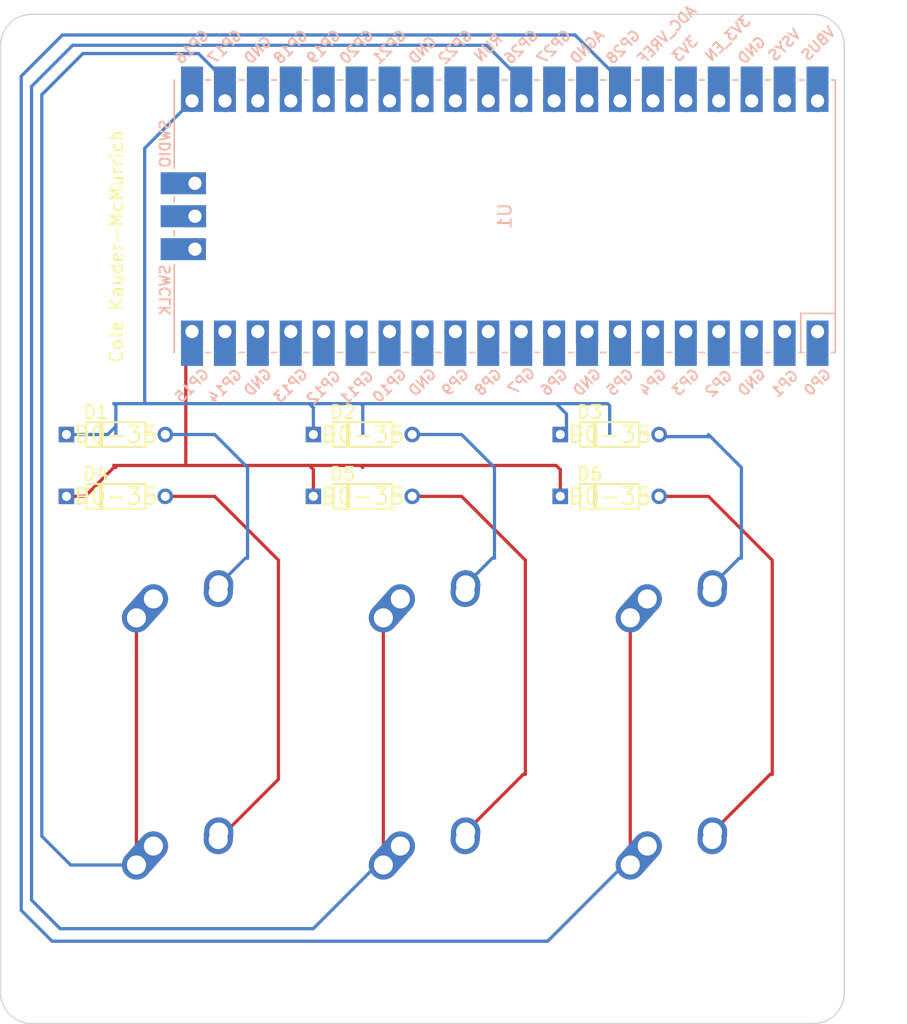
<source format=kicad_pcb>
(kicad_pcb (version 20221018) (generator pcbnew)
  (layers (0 "F.Cu" signal) (31 "B.Cu" signal) (34 "B.Paste" user) (35 "F.Paste" user) (36 "B.SilkS" user "B.Silkscreen") (37 "F.SilkS" user "F.Silkscreen") (38 "B.Mask" user) (39 "F.Mask" user) (44 "Edge.Cuts" user))
  (net 0 "")
  (net 1 "ROW0")
  (net 2 "Net-(D1-A)")
  (net 3 "Net-(D2-A)")
  (net 4 "Net-(D3-A)")
  (net 5 "ROW1")
  (net 6 "Net-(D4-A)")
  (net 7 "Net-(D5-A)")
  (net 8 "Net-(D6-A)")
  (net 9 "COL0")
  (net 10 "COL1")
  (net 48 "COL2")
  (footprint "MX_Alps_Hybrid:MX-1U-NoLED" (layer "F.Cu") (at 153.9875 88.74125)
    (fp_text reference "MX3")
    (fp_text value "MX-NoLED")
    (pad "" np_thru_hole circle (at -5.08 0 48.0996) (size 1.75 1.75) (drill 1.75) (layers "*.Cu" "*.Mask"))
    (pad "" np_thru_hole circle (at 0 0) (size 3.9878 3.9878) (drill 3.9878) (layers "*.Cu" "*.Mask"))
    (pad "" np_thru_hole circle (at 5.08 0 48.0996) (size 1.75 1.75) (drill 1.75) (layers "*.Cu" "*.Mask"))
    (pad "1" thru_hole oval (at -3.81 -2.54 48.0996) (size 4.211556 2.25) (drill 1.47 (offset 0.980778 0)) (layers "*.Cu" "B.Mask") (net 48 "COL2"))
    (pad "1" thru_hole circle (at -2.5 -4) (size 2.25 2.25) (drill 1.47) (layers "*.Cu" "B.Mask") (net 48 "COL2"))
    (pad "2" thru_hole oval (at 2.5 -4.5 86.0548) (size 2.831378 2.25) (drill 1.47 (offset 0.290689 0)) (layers "*.Cu" "B.Mask") (net 4 "Net-(D3-A)"))
    (pad "2" thru_hole circle (at 2.54 -5.08) (size 2.25 2.25) (drill 1.47) (layers "*.Cu" "B.Mask") (net 4 "Net-(D3-A)"))
  )
  (footprint "MX_Alps_Hybrid:MX-1U-NoLED" (layer "F.Cu") (at 115.8875 107.79125)
    (fp_text reference "MX4")
    (fp_text value "MX-NoLED")
    (pad "" np_thru_hole circle (at -5.08 0 48.0996) (size 1.75 1.75) (drill 1.75) (layers "*.Cu" "*.Mask"))
    (pad "" np_thru_hole circle (at 0 0) (size 3.9878 3.9878) (drill 3.9878) (layers "*.Cu" "*.Mask"))
    (pad "" np_thru_hole circle (at 5.08 0 48.0996) (size 1.75 1.75) (drill 1.75) (layers "*.Cu" "*.Mask"))
    (pad "1" thru_hole oval (at -3.81 -2.54 48.0996) (size 4.211556 2.25) (drill 1.47 (offset 0.980778 0)) (layers "*.Cu" "B.Mask") (net 9 "COL0"))
    (pad "1" thru_hole circle (at -2.5 -4) (size 2.25 2.25) (drill 1.47) (layers "*.Cu" "B.Mask") (net 9 "COL0"))
    (pad "2" thru_hole oval (at 2.5 -4.5 86.0548) (size 2.831378 2.25) (drill 1.47 (offset 0.290689 0)) (layers "*.Cu" "B.Mask") (net 6 "Net-(D4-A)"))
    (pad "2" thru_hole circle (at 2.54 -5.08) (size 2.25 2.25) (drill 1.47) (layers "*.Cu" "B.Mask") (net 6 "Net-(D4-A)"))
  )
  (footprint "MX_Alps_Hybrid:MX-1U-NoLED" (layer "F.Cu") (at 153.9875 107.79125)
    (fp_text reference "MX6")
    (fp_text value "MX-NoLED")
    (pad "" np_thru_hole circle (at -5.08 0 48.0996) (size 1.75 1.75) (drill 1.75) (layers "*.Cu" "*.Mask"))
    (pad "" np_thru_hole circle (at 0 0) (size 3.9878 3.9878) (drill 3.9878) (layers "*.Cu" "*.Mask"))
    (pad "" np_thru_hole circle (at 5.08 0 48.0996) (size 1.75 1.75) (drill 1.75) (layers "*.Cu" "*.Mask"))
    (pad "1" thru_hole oval (at -3.81 -2.54 48.0996) (size 4.211556 2.25) (drill 1.47 (offset 0.980778 0)) (layers "*.Cu" "B.Mask") (net 48 "COL2"))
    (pad "1" thru_hole circle (at -2.5 -4) (size 2.25 2.25) (drill 1.47) (layers "*.Cu" "B.Mask") (net 48 "COL2"))
    (pad "2" thru_hole oval (at 2.5 -4.5 86.0548) (size 2.831378 2.25) (drill 1.47 (offset 0.290689 0)) (layers "*.Cu" "B.Mask") (net 8 "Net-(D6-A)"))
    (pad "2" thru_hole circle (at 2.54 -5.08) (size 2.25 2.25) (drill 1.47) (layers "*.Cu" "B.Mask") (net 8 "Net-(D6-A)"))
  )
  (footprint "MX_Alps_Hybrid:MX-1U-NoLED" (layer "F.Cu") (at 134.9375 88.74125)
    (fp_text reference "MX2")
    (fp_text value "MX-NoLED")
    (pad "" np_thru_hole circle (at -5.08 0 48.0996) (size 1.75 1.75) (drill 1.75) (layers "*.Cu" "*.Mask"))
    (pad "" np_thru_hole circle (at 0 0) (size 3.9878 3.9878) (drill 3.9878) (layers "*.Cu" "*.Mask"))
    (pad "" np_thru_hole circle (at 5.08 0 48.0996) (size 1.75 1.75) (drill 1.75) (layers "*.Cu" "*.Mask"))
    (pad "1" thru_hole oval (at -3.81 -2.54 48.0996) (size 4.211556 2.25) (drill 1.47 (offset 0.980778 0)) (layers "*.Cu" "B.Mask") (net 10 "COL1"))
    (pad "1" thru_hole circle (at -2.5 -4) (size 2.25 2.25) (drill 1.47) (layers "*.Cu" "B.Mask") (net 10 "COL1"))
    (pad "2" thru_hole oval (at 2.5 -4.5 86.0548) (size 2.831378 2.25) (drill 1.47 (offset 0.290689 0)) (layers "*.Cu" "B.Mask") (net 3 "Net-(D2-A)"))
    (pad "2" thru_hole circle (at 2.54 -5.08) (size 2.25 2.25) (drill 1.47) (layers "*.Cu" "B.Mask") (net 3 "Net-(D2-A)"))
  )
  (footprint "onesemi-1N914:ON_Semiconductor-017AG-08_2016-O-MFG" (layer "F.Cu") (at 110.49 72.0725)
    (fp_text reference "D1" (at -2.613 -1.73) (layer "F.SilkS") (effects (justify left)))
    (fp_text value "D0-35" (at 0 0) (layer "F.SilkS") (effects (font (size 1.27 1.27))))
    (fp_line (start -2.28 -0.955) (end 2.28 -0.955) (stroke (width 0.15)) (layer "F.SilkS"))
    (fp_line (start -2.28 0) (end -2.813 0) (stroke (width 0.15)) (layer "F.SilkS"))
    (fp_line (start -2.28 0.955) (end -2.28 -0.955) (stroke (width 0.15)) (layer "F.SilkS"))
    (fp_line (start -1.14 0.885) (end -1.14 -0.885) (stroke (width 0.3)) (layer "F.SilkS"))
    (fp_line (start 2.28 -0.955) (end 2.28 0.955) (stroke (width 0.15)) (layer "F.SilkS"))
    (fp_line (start 2.28 0) (end 2.813 0) (stroke (width 0.15)) (layer "F.SilkS"))
    (fp_line (start 2.28 0.955) (end -2.28 0.955) (stroke (width 0.15)) (layer "F.SilkS"))
    (pad "1" thru_hole rect (at -3.813 0) (size 1.2 1.2) (drill 0.7) (layers "*.Cu") (net 1 "ROW0") (thermal_bridge_width 0.4))
    (pad "2" thru_hole circle (at 3.813 0) (size 1.2 1.2) (drill 0.7) (layers "*.Cu") (net 2 "Net-(D1-A)") (thermal_bridge_width 0.4))
  )
  (footprint "MX_Alps_Hybrid:MX-1U-NoLED" (layer "F.Cu") (at 115.8875 88.74125)
    (fp_text reference "MX1")
    (fp_text value "MX-NoLED")
    (pad "" np_thru_hole circle (at -5.08 0 48.0996) (size 1.75 1.75) (drill 1.75) (layers "*.Cu" "*.Mask"))
    (pad "" np_thru_hole circle (at 0 0) (size 3.9878 3.9878) (drill 3.9878) (layers "*.Cu" "*.Mask"))
    (pad "" np_thru_hole circle (at 5.08 0 48.0996) (size 1.75 1.75) (drill 1.75) (layers "*.Cu" "*.Mask"))
    (pad "1" thru_hole oval (at -3.81 -2.54 48.0996) (size 4.211556 2.25) (drill 1.47 (offset 0.980778 0)) (layers "*.Cu" "B.Mask") (net 9 "COL0"))
    (pad "1" thru_hole circle (at -2.5 -4) (size 2.25 2.25) (drill 1.47) (layers "*.Cu" "B.Mask") (net 9 "COL0"))
    (pad "2" thru_hole oval (at 2.5 -4.5 86.0548) (size 2.831378 2.25) (drill 1.47 (offset 0.290689 0)) (layers "*.Cu" "B.Mask") (net 2 "Net-(D1-A)"))
    (pad "2" thru_hole circle (at 2.54 -5.08) (size 2.25 2.25) (drill 1.47) (layers "*.Cu" "B.Mask") (net 2 "Net-(D1-A)"))
  )
  (footprint "onesemi-1N914:ON_Semiconductor-017AG-08_2016-O-MFG" (layer "F.Cu") (at 129.54 76.835)
    (fp_text reference "D5" (at -2.613 -1.73) (layer "F.SilkS") (effects (justify left)))
    (fp_text value "D0-35" (at 0 0) (layer "F.SilkS") (effects (font (size 1.27 1.27))))
    (fp_line (start -2.28 -0.955) (end 2.28 -0.955) (stroke (width 0.15)) (layer "F.SilkS"))
    (fp_line (start -2.28 0) (end -2.813 0) (stroke (width 0.15)) (layer "F.SilkS"))
    (fp_line (start -2.28 0.955) (end -2.28 -0.955) (stroke (width 0.15)) (layer "F.SilkS"))
    (fp_line (start -1.14 0.885) (end -1.14 -0.885) (stroke (width 0.3)) (layer "F.SilkS"))
    (fp_line (start 2.28 -0.955) (end 2.28 0.955) (stroke (width 0.15)) (layer "F.SilkS"))
    (fp_line (start 2.28 0) (end 2.813 0) (stroke (width 0.15)) (layer "F.SilkS"))
    (fp_line (start 2.28 0.955) (end -2.28 0.955) (stroke (width 0.15)) (layer "F.SilkS"))
    (pad "1" thru_hole rect (at -3.813 0) (size 1.2 1.2) (drill 0.7) (layers "*.Cu") (net 5 "ROW1") (thermal_bridge_width 0.4))
    (pad "2" thru_hole circle (at 3.813 0) (size 1.2 1.2) (drill 0.7) (layers "*.Cu") (net 7 "Net-(D5-A)") (thermal_bridge_width 0.4))
  )
  (footprint "onesemi-1N914:ON_Semiconductor-017AG-08_2016-O-MFG" (layer "F.Cu") (at 110.49 76.835)
    (fp_text reference "D4" (at -2.613 -1.73) (layer "F.SilkS") (effects (justify left)))
    (fp_text value "D0-35" (at 0 0) (layer "F.SilkS") (effects (font (size 1.27 1.27))))
    (fp_line (start -2.28 -0.955) (end 2.28 -0.955) (stroke (width 0.15)) (layer "F.SilkS"))
    (fp_line (start -2.28 0) (end -2.813 0) (stroke (width 0.15)) (layer "F.SilkS"))
    (fp_line (start -2.28 0.955) (end -2.28 -0.955) (stroke (width 0.15)) (layer "F.SilkS"))
    (fp_line (start -1.14 0.885) (end -1.14 -0.885) (stroke (width 0.3)) (layer "F.SilkS"))
    (fp_line (start 2.28 -0.955) (end 2.28 0.955) (stroke (width 0.15)) (layer "F.SilkS"))
    (fp_line (start 2.28 0) (end 2.813 0) (stroke (width 0.15)) (layer "F.SilkS"))
    (fp_line (start 2.28 0.955) (end -2.28 0.955) (stroke (width 0.15)) (layer "F.SilkS"))
    (pad "1" thru_hole rect (at -3.813 0) (size 1.2 1.2) (drill 0.7) (layers "*.Cu") (net 5 "ROW1") (thermal_bridge_width 0.4))
    (pad "2" thru_hole circle (at 3.813 0) (size 1.2 1.2) (drill 0.7) (layers "*.Cu") (net 6 "Net-(D4-A)") (thermal_bridge_width 0.4))
  )
  (footprint "MX_Alps_Hybrid:MX-1U-NoLED" (layer "F.Cu") (at 134.9375 107.79125)
    (fp_text reference "MX5")
    (fp_text value "MX-NoLED")
    (pad "" np_thru_hole circle (at -5.08 0 48.0996) (size 1.75 1.75) (drill 1.75) (layers "*.Cu" "*.Mask"))
    (pad "" np_thru_hole circle (at 0 0) (size 3.9878 3.9878) (drill 3.9878) (layers "*.Cu" "*.Mask"))
    (pad "" np_thru_hole circle (at 5.08 0 48.0996) (size 1.75 1.75) (drill 1.75) (layers "*.Cu" "*.Mask"))
    (pad "1" thru_hole oval (at -3.81 -2.54 48.0996) (size 4.211556 2.25) (drill 1.47 (offset 0.980778 0)) (layers "*.Cu" "B.Mask") (net 10 "COL1"))
    (pad "1" thru_hole circle (at -2.5 -4) (size 2.25 2.25) (drill 1.47) (layers "*.Cu" "B.Mask") (net 10 "COL1"))
    (pad "2" thru_hole oval (at 2.5 -4.5 86.0548) (size 2.831378 2.25) (drill 1.47 (offset 0.290689 0)) (layers "*.Cu" "B.Mask") (net 7 "Net-(D5-A)"))
    (pad "2" thru_hole circle (at 2.54 -5.08) (size 2.25 2.25) (drill 1.47) (layers "*.Cu" "B.Mask") (net 7 "Net-(D5-A)"))
  )
  (footprint "onesemi-1N914:ON_Semiconductor-017AG-08_2016-O-MFG" (layer "F.Cu") (at 148.59 76.835)
    (fp_text reference "D6" (at -2.613 -1.73) (layer "F.SilkS") (effects (justify left)))
    (fp_text value "D0-35" (at 0 0) (layer "F.SilkS") (effects (font (size 1.27 1.27))))
    (fp_line (start -2.28 -0.955) (end 2.28 -0.955) (stroke (width 0.15)) (layer "F.SilkS"))
    (fp_line (start -2.28 0) (end -2.813 0) (stroke (width 0.15)) (layer "F.SilkS"))
    (fp_line (start -2.28 0.955) (end -2.28 -0.955) (stroke (width 0.15)) (layer "F.SilkS"))
    (fp_line (start -1.14 0.885) (end -1.14 -0.885) (stroke (width 0.3)) (layer "F.SilkS"))
    (fp_line (start 2.28 -0.955) (end 2.28 0.955) (stroke (width 0.15)) (layer "F.SilkS"))
    (fp_line (start 2.28 0) (end 2.813 0) (stroke (width 0.15)) (layer "F.SilkS"))
    (fp_line (start 2.28 0.955) (end -2.28 0.955) (stroke (width 0.15)) (layer "F.SilkS"))
    (pad "1" thru_hole rect (at -3.813 0) (size 1.2 1.2) (drill 0.7) (layers "*.Cu") (net 5 "ROW1") (thermal_bridge_width 0.4))
    (pad "2" thru_hole circle (at 3.813 0) (size 1.2 1.2) (drill 0.7) (layers "*.Cu") (net 8 "Net-(D6-A)") (thermal_bridge_width 0.4))
  )
  (footprint "onesemi-1N914:ON_Semiconductor-017AG-08_2016-O-MFG" (layer "F.Cu") (at 148.59 72.0725)
    (fp_text reference "D3" (at -2.613 -1.73) (layer "F.SilkS") (effects (justify left)))
    (fp_text value "D0-35" (at 0 0) (layer "F.SilkS") (effects (font (size 1.27 1.27))))
    (fp_line (start -2.28 -0.955) (end 2.28 -0.955) (stroke (width 0.15)) (layer "F.SilkS"))
    (fp_line (start -2.28 0) (end -2.813 0) (stroke (width 0.15)) (layer "F.SilkS"))
    (fp_line (start -2.28 0.955) (end -2.28 -0.955) (stroke (width 0.15)) (layer "F.SilkS"))
    (fp_line (start -1.14 0.885) (end -1.14 -0.885) (stroke (width 0.3)) (layer "F.SilkS"))
    (fp_line (start 2.28 -0.955) (end 2.28 0.955) (stroke (width 0.15)) (layer "F.SilkS"))
    (fp_line (start 2.28 0) (end 2.813 0) (stroke (width 0.15)) (layer "F.SilkS"))
    (fp_line (start 2.28 0.955) (end -2.28 0.955) (stroke (width 0.15)) (layer "F.SilkS"))
    (pad "1" thru_hole rect (at -3.813 0) (size 1.2 1.2) (drill 0.7) (layers "*.Cu") (net 1 "ROW0") (thermal_bridge_width 0.4))
    (pad "2" thru_hole circle (at 3.813 0) (size 1.2 1.2) (drill 0.7) (layers "*.Cu") (net 4 "Net-(D3-A)") (thermal_bridge_width 0.4))
  )
  (footprint "onesemi-1N914:ON_Semiconductor-017AG-08_2016-O-MFG" (layer "F.Cu") (at 129.54 72.0725)
    (fp_text reference "D2" (at -2.613 -1.73) (layer "F.SilkS") (effects (justify left)))
    (fp_text value "D0-35" (at 0 0) (layer "F.SilkS") (effects (font (size 1.27 1.27))))
    (fp_line (start -2.28 -0.955) (end 2.28 -0.955) (stroke (width 0.15)) (layer "F.SilkS"))
    (fp_line (start -2.28 0) (end -2.813 0) (stroke (width 0.15)) (layer "F.SilkS"))
    (fp_line (start -2.28 0.955) (end -2.28 -0.955) (stroke (width 0.15)) (layer "F.SilkS"))
    (fp_line (start -1.14 0.885) (end -1.14 -0.885) (stroke (width 0.3)) (layer "F.SilkS"))
    (fp_line (start 2.28 -0.955) (end 2.28 0.955) (stroke (width 0.15)) (layer "F.SilkS"))
    (fp_line (start 2.28 0) (end 2.813 0) (stroke (width 0.15)) (layer "F.SilkS"))
    (fp_line (start 2.28 0.955) (end -2.28 0.955) (stroke (width 0.15)) (layer "F.SilkS"))
    (pad "1" thru_hole rect (at -3.813 0) (size 1.2 1.2) (drill 0.7) (layers "*.Cu") (net 1 "ROW0") (thermal_bridge_width 0.4))
    (pad "2" thru_hole circle (at 3.813 0) (size 1.2 1.2) (drill 0.7) (layers "*.Cu") (net 3 "Net-(D2-A)") (thermal_bridge_width 0.4))
  )
  (footprint "MCU_RaspberryPi_and_Boards:RPi_Pico_SMD_TH" (layer "B.Cu") (at 140.49375 55.245 90)
    (fp_text reference "U1" (at 0 0 90) (layer "B.SilkS") (effects (justify mirror)))
    (fp_text value "Pico")
    (fp_text user "GP2" (at -12.9 16.51 45) (layer "B.SilkS") (effects (font (size 0.8 0.8)) (justify mirror)))
    (fp_text user "SWCLK" (at -5.7 -26.2 90) (layer "B.SilkS") (effects (font (size 0.8 0.8)) (justify mirror)))
    (fp_text user "GP11" (at -13.2 -11.43 45) (layer "B.SilkS") (effects (font (size 0.8 0.8)) (justify mirror)))
    (fp_text user "GND" (at -12.8 6.35 45) (layer "B.SilkS") (effects (font (size 0.8 0.8)) (justify mirror)))
    (fp_text user "GP13" (at -13.054 -16.51 45) (layer "B.SilkS") (effects (font (size 0.8 0.8)) (justify mirror)))
    (fp_text user "GND" (at 12.8 19.05 45) (layer "B.SilkS") (effects (font (size 0.8 0.8)) (justify mirror)))
    (fp_text user "GP16" (at 13.054 -24.13 45) (layer "B.SilkS") (effects (font (size 0.8 0.8)) (justify mirror)))
    (fp_text user "GP27" (at 13.054 3.8 45) (layer "B.SilkS") (effects (font (size 0.8 0.8)) (justify mirror)))
    (fp_text user "GP0" (at -12.8 24.13 45) (layer "B.SilkS") (effects (font (size 0.8 0.8)) (justify mirror)))
    (fp_text user "GP20" (at 13.054 -11.43 45) (layer "B.SilkS") (effects (font (size 0.8 0.8)) (justify mirror)))
    (fp_text user "GP19" (at 13.054 -13.97 45) (layer "B.SilkS") (effects (font (size 0.8 0.8)) (justify mirror)))
    (fp_text user "GP21" (at 13.054 -8.9 45) (layer "B.SilkS") (effects (font (size 0.8 0.8)) (justify mirror)))
    (fp_text user "GP26" (at 13.054 1.27 45) (layer "B.SilkS") (effects (font (size 0.8 0.8)) (justify mirror)))
    (fp_text user "GP28" (at 13.054 9.144 45) (layer "B.SilkS") (effects (font (size 0.8 0.8)) (justify mirror)))
    (fp_text user "GP1" (at -12.9 21.6 45) (layer "B.SilkS") (effects (font (size 0.8 0.8)) (justify mirror)))
    (fp_text user "GP7" (at -12.7 1.3 45) (layer "B.SilkS") (effects (font (size 0.8 0.8)) (justify mirror)))
    (fp_text user "ADC_VREF" (at 14 12.5 45) (layer "B.SilkS") (effects (font (size 0.8 0.8)) (justify mirror)))
    (fp_text user "GP8" (at -12.8 -1.27 45) (layer "B.SilkS") (effects (font (size 0.8 0.8)) (justify mirror)))
    (fp_text user "GP4" (at -12.8 11.43 45) (layer "B.SilkS") (effects (font (size 0.8 0.8)) (justify mirror)))
    (fp_text user "GND" (at -12.8 -19.05 45) (layer "B.SilkS") (effects (font (size 0.8 0.8)) (justify mirror)))
    (fp_text user "GP18" (at 13.054 -16.51 45) (layer "B.SilkS") (effects (font (size 0.8 0.8)) (justify mirror)))
    (fp_text user "GND" (at 12.8 -6.35 45) (layer "B.SilkS") (effects (font (size 0.8 0.8)) (justify mirror)))
    (fp_text user "RUN" (at 13 -1.27 45) (layer "B.SilkS") (effects (font (size 0.8 0.8)) (justify mirror)))
    (fp_text user "GND" (at -12.8 -6.35 45) (layer "B.SilkS") (effects (font (size 0.8 0.8)) (justify mirror)))
    (fp_text user "GP22" (at 13.054 -3.81 45) (layer "B.SilkS") (effects (font (size 0.8 0.8)) (justify mirror)))
    (fp_text user "GP6" (at -12.8 3.81 45) (layer "B.SilkS") (effects (font (size 0.8 0.8)) (justify mirror)))
    (fp_text user "3V3" (at 12.9 13.9 45) (layer "B.SilkS") (effects (font (size 0.8 0.8)) (justify mirror)))
    (fp_text user "AGND" (at 13.054 6.35 45) (layer "B.SilkS") (effects (font (size 0.8 0.8)) (justify mirror)))
    (fp_text user "GP12" (at -13.2 -13.97 45) (layer "B.SilkS") (effects (font (size 0.8 0.8)) (justify mirror)))
    (fp_text user "GP9" (at -12.8 -3.81 45) (layer "B.SilkS") (effects (font (size 0.8 0.8)) (justify mirror)))
    (fp_text user "GP10" (at -13.054 -8.89 45) (layer "B.SilkS") (effects (font (size 0.8 0.8)) (justify mirror)))
    (fp_text user "SWDIO" (at 5.6 -26.2 90) (layer "B.SilkS") (effects (font (size 0.8 0.8)) (justify mirror)))
    (fp_text user "GND" (at -12.8 19.05 45) (layer "B.SilkS") (effects (font (size 0.8 0.8)) (justify mirror)))
    (fp_text user "GP5" (at -12.8 8.89 45) (layer "B.SilkS") (effects (font (size 0.8 0.8)) (justify mirror)))
    (fp_text user "VBUS" (at 13.3 24.2 45) (layer "B.SilkS") (effects (font (size 0.8 0.8)) (justify mirror)))
    (fp_text user "GND" (at 12.8 -19.05 45) (layer "B.SilkS") (effects (font (size 0.8 0.8)) (justify mirror)))
    (fp_text user "GP17" (at 13.054 -21.59 45) (layer "B.SilkS") (effects (font (size 0.8 0.8)) (justify mirror)))
    (fp_text user "VSYS" (at 13.2 21.59 45) (layer "B.SilkS") (effects (font (size 0.8 0.8)) (justify mirror)))
    (fp_text user "GP15" (at -13.054 -24.13 45) (layer "B.SilkS") (effects (font (size 0.8 0.8)) (justify mirror)))
    (fp_text user "GP3" (at -12.8 13.97 45) (layer "B.SilkS") (effects (font (size 0.8 0.8)) (justify mirror)))
    (fp_text user "3V3_EN" (at 13.7 17.2 45) (layer "B.SilkS") (effects (font (size 0.8 0.8)) (justify mirror)))
    (fp_text user "GP14" (at -13.1 -21.59 45) (layer "B.SilkS") (effects (font (size 0.8 0.8)) (justify mirror)))
    (fp_line (start -10.5 -22.7) (end -10.5 -23.1) (stroke (width 0.12)) (layer "B.SilkS"))
    (fp_line (start -10.5 -20.1) (end -10.5 -20.5) (stroke (width 0.12)) (layer "B.SilkS"))
    (fp_line (start -10.5 -17.6) (end -10.5 -18) (stroke (width 0.12)) (layer "B.SilkS"))
    (fp_line (start -10.5 -15.1) (end -10.5 -15.5) (stroke (width 0.12)) (layer "B.SilkS"))
    (fp_line (start -10.5 -12.5) (end -10.5 -12.9) (stroke (width 0.12)) (layer "B.SilkS"))
    (fp_line (start -10.5 -10) (end -10.5 -10.4) (stroke (width 0.12)) (layer "B.SilkS"))
    (fp_line (start -10.5 -7.4) (end -10.5 -7.8) (stroke (width 0.12)) (layer "B.SilkS"))
    (fp_line (start -10.5 -4.9) (end -10.5 -5.3) (stroke (width 0.12)) (layer "B.SilkS"))
    (fp_line (start -10.5 -2.3) (end -10.5 -2.7) (stroke (width 0.12)) (layer "B.SilkS"))
    (fp_line (start -10.5 0.2) (end -10.5 -0.2) (stroke (width 0.12)) (layer "B.SilkS"))
    (fp_line (start -10.5 2.7) (end -10.5 2.3) (stroke (width 0.12)) (layer "B.SilkS"))
    (fp_line (start -10.5 5.3) (end -10.5 4.9) (stroke (width 0.12)) (layer "B.SilkS"))
    (fp_line (start -10.5 7.8) (end -10.5 7.4) (stroke (width 0.12)) (layer "B.SilkS"))
    (fp_line (start -10.5 10.4) (end -10.5 10) (stroke (width 0.12)) (layer "B.SilkS"))
    (fp_line (start -10.5 12.9) (end -10.5 12.5) (stroke (width 0.12)) (layer "B.SilkS"))
    (fp_line (start -10.5 15.4) (end -10.5 15) (stroke (width 0.12)) (layer "B.SilkS"))
    (fp_line (start -10.5 18) (end -10.5 17.6) (stroke (width 0.12)) (layer "B.SilkS"))
    (fp_line (start -10.5 20.5) (end -10.5 20.1) (stroke (width 0.12)) (layer "B.SilkS"))
    (fp_line (start -10.5 22.833) (end -7.493 22.833) (stroke (width 0.12)) (layer "B.SilkS"))
    (fp_line (start -10.5 23.1) (end -10.5 22.7) (stroke (width 0.12)) (layer "B.SilkS"))
    (fp_line (start -10.5 25.5) (end -10.5 25.2) (stroke (width 0.12)) (layer "B.SilkS"))
    (fp_line (start -10.5 25.5) (end 10.5 25.5) (stroke (width 0.12)) (layer "B.SilkS"))
    (fp_line (start -7.493 22.833) (end -7.493 25.5) (stroke (width 0.12)) (layer "B.SilkS"))
    (fp_line (start -3.7 -25.5) (end -10.5 -25.5) (stroke (width 0.12)) (layer "B.SilkS"))
    (fp_line (start -1.5 -25.5) (end -1.1 -25.5) (stroke (width 0.12)) (layer "B.SilkS"))
    (fp_line (start 1.1 -25.5) (end 1.5 -25.5) (stroke (width 0.12)) (layer "B.SilkS"))
    (fp_line (start 10.5 -25.5) (end 3.7 -25.5) (stroke (width 0.12)) (layer "B.SilkS"))
    (fp_line (start 10.5 -22.7) (end 10.5 -23.1) (stroke (width 0.12)) (layer "B.SilkS"))
    (fp_line (start 10.5 -20.1) (end 10.5 -20.5) (stroke (width 0.12)) (layer "B.SilkS"))
    (fp_line (start 10.5 -17.6) (end 10.5 -18) (stroke (width 0.12)) (layer "B.SilkS"))
    (fp_line (start 10.5 -15.1) (end 10.5 -15.5) (stroke (width 0.12)) (layer "B.SilkS"))
    (fp_line (start 10.5 -12.5) (end 10.5 -12.9) (stroke (width 0.12)) (layer "B.SilkS"))
    (fp_line (start 10.5 -10) (end 10.5 -10.4) (stroke (width 0.12)) (layer "B.SilkS"))
    (fp_line (start 10.5 -7.4) (end 10.5 -7.8) (stroke (width 0.12)) (layer "B.SilkS"))
    (fp_line (start 10.5 -4.9) (end 10.5 -5.3) (stroke (width 0.12)) (layer "B.SilkS"))
    (fp_line (start 10.5 -2.3) (end 10.5 -2.7) (stroke (width 0.12)) (layer "B.SilkS"))
    (fp_line (start 10.5 0.2) (end 10.5 -0.2) (stroke (width 0.12)) (layer "B.SilkS"))
    (fp_line (start 10.5 2.7) (end 10.5 2.3) (stroke (width 0.12)) (layer "B.SilkS"))
    (fp_line (start 10.5 5.3) (end 10.5 4.9) (stroke (width 0.12)) (layer "B.SilkS"))
    (fp_line (start 10.5 7.8) (end 10.5 7.4) (stroke (width 0.12)) (layer "B.SilkS"))
    (fp_line (start 10.5 10.4) (end 10.5 10) (stroke (width 0.12)) (layer "B.SilkS"))
    (fp_line (start 10.5 12.9) (end 10.5 12.5) (stroke (width 0.12)) (layer "B.SilkS"))
    (fp_line (start 10.5 15.4) (end 10.5 15) (stroke (width 0.12)) (layer "B.SilkS"))
    (fp_line (start 10.5 18) (end 10.5 17.6) (stroke (width 0.12)) (layer "B.SilkS"))
    (fp_line (start 10.5 20.5) (end 10.5 20.1) (stroke (width 0.12)) (layer "B.SilkS"))
    (fp_line (start 10.5 23.1) (end 10.5 22.7) (stroke (width 0.12)) (layer "B.SilkS"))
    (fp_line (start 10.5 25.5) (end 10.5 25.2) (stroke (width 0.12)) (layer "B.SilkS"))
    (pad "" np_thru_hole oval (at -2.725 24 90) (size 1.8 1.8) (drill 1.8) (layers "*.Cu" "*.Mask"))
    (pad "" np_thru_hole oval (at -2.425 20.97 90) (size 1.5 1.5) (drill 1.5) (layers "*.Cu" "*.Mask"))
    (pad "" np_thru_hole oval (at 2.425 20.97 90) (size 1.5 1.5) (drill 1.5) (layers "*.Cu" "*.Mask"))
    (pad "" np_thru_hole oval (at 2.725 24 90) (size 1.8 1.8) (drill 1.8) (layers "*.Cu" "*.Mask"))
    (pad "1" thru_hole oval (at -8.89 24.13 90) (size 1.7 1.7) (drill 1.02) (layers "*.Cu" "*.Mask"))
    (pad "1" smd rect (at -8.89 24.13 90) (size 3.5 1.7) (drill (offset -0.9 0)) (layers "B.Cu" "B.Mask"))
    (pad "2" thru_hole oval (at -8.89 21.59 90) (size 1.7 1.7) (drill 1.02) (layers "*.Cu" "*.Mask"))
    (pad "2" smd rect (at -8.89 21.59 90) (size 3.5 1.7) (drill (offset -0.9 0)) (layers "B.Cu" "B.Mask"))
    (pad "3" thru_hole rect (at -8.89 19.05 90) (size 1.7 1.7) (drill 1.02) (layers "*.Cu" "*.Mask"))
    (pad "3" smd rect (at -8.89 19.05 90) (size 3.5 1.7) (drill (offset -0.9 0)) (layers "B.Cu" "B.Mask"))
    (pad "4" thru_hole oval (at -8.89 16.51 90) (size 1.7 1.7) (drill 1.02) (layers "*.Cu" "*.Mask"))
    (pad "4" smd rect (at -8.89 16.51 90) (size 3.5 1.7) (drill (offset -0.9 0)) (layers "B.Cu" "B.Mask"))
    (pad "5" thru_hole oval (at -8.89 13.97 90) (size 1.7 1.7) (drill 1.02) (layers "*.Cu" "*.Mask"))
    (pad "5" smd rect (at -8.89 13.97 90) (size 3.5 1.7) (drill (offset -0.9 0)) (layers "B.Cu" "B.Mask"))
    (pad "6" thru_hole oval (at -8.89 11.43 90) (size 1.7 1.7) (drill 1.02) (layers "*.Cu" "*.Mask"))
    (pad "6" smd rect (at -8.89 11.43 90) (size 3.5 1.7) (drill (offset -0.9 0)) (layers "B.Cu" "B.Mask"))
    (pad "7" thru_hole oval (at -8.89 8.89 90) (size 1.7 1.7) (drill 1.02) (layers "*.Cu" "*.Mask"))
    (pad "7" smd rect (at -8.89 8.89 90) (size 3.5 1.7) (drill (offset -0.9 0)) (layers "B.Cu" "B.Mask"))
    (pad "8" thru_hole rect (at -8.89 6.35 90) (size 1.7 1.7) (drill 1.02) (layers "*.Cu" "*.Mask"))
    (pad "8" smd rect (at -8.89 6.35 90) (size 3.5 1.7) (drill (offset -0.9 0)) (layers "B.Cu" "B.Mask"))
    (pad "9" thru_hole oval (at -8.89 3.81 90) (size 1.7 1.7) (drill 1.02) (layers "*.Cu" "*.Mask"))
    (pad "9" smd rect (at -8.89 3.81 90) (size 3.5 1.7) (drill (offset -0.9 0)) (layers "B.Cu" "B.Mask"))
    (pad "10" thru_hole oval (at -8.89 1.27 90) (size 1.7 1.7) (drill 1.02) (layers "*.Cu" "*.Mask"))
    (pad "10" smd rect (at -8.89 1.27 90) (size 3.5 1.7) (drill (offset -0.9 0)) (layers "B.Cu" "B.Mask"))
    (pad "11" thru_hole oval (at -8.89 -1.27 90) (size 1.7 1.7) (drill 1.02) (layers "*.Cu" "*.Mask"))
    (pad "11" smd rect (at -8.89 -1.27 90) (size 3.5 1.7) (drill (offset -0.9 0)) (layers "B.Cu" "B.Mask"))
    (pad "12" thru_hole oval (at -8.89 -3.81 90) (size 1.7 1.7) (drill 1.02) (layers "*.Cu" "*.Mask"))
    (pad "12" smd rect (at -8.89 -3.81 90) (size 3.5 1.7) (drill (offset -0.9 0)) (layers "B.Cu" "B.Mask"))
    (pad "13" thru_hole rect (at -8.89 -6.35 90) (size 1.7 1.7) (drill 1.02) (layers "*.Cu" "*.Mask"))
    (pad "13" smd rect (at -8.89 -6.35 90) (size 3.5 1.7) (drill (offset -0.9 0)) (layers "B.Cu" "B.Mask"))
    (pad "14" thru_hole oval (at -8.89 -8.89 90) (size 1.7 1.7) (drill 1.02) (layers "*.Cu" "*.Mask"))
    (pad "14" smd rect (at -8.89 -8.89 90) (size 3.5 1.7) (drill (offset -0.9 0)) (layers "B.Cu" "B.Mask"))
    (pad "15" thru_hole oval (at -8.89 -11.43 90) (size 1.7 1.7) (drill 1.02) (layers "*.Cu" "*.Mask"))
    (pad "15" smd rect (at -8.89 -11.43 90) (size 3.5 1.7) (drill (offset -0.9 0)) (layers "B.Cu" "B.Mask"))
    (pad "16" thru_hole oval (at -8.89 -13.97 90) (size 1.7 1.7) (drill 1.02) (layers "*.Cu" "*.Mask"))
    (pad "16" smd rect (at -8.89 -13.97 90) (size 3.5 1.7) (drill (offset -0.9 0)) (layers "B.Cu" "B.Mask"))
    (pad "17" thru_hole oval (at -8.89 -16.51 90) (size 1.7 1.7) (drill 1.02) (layers "*.Cu" "*.Mask"))
    (pad "17" smd rect (at -8.89 -16.51 90) (size 3.5 1.7) (drill (offset -0.9 0)) (layers "B.Cu" "B.Mask"))
    (pad "18" thru_hole rect (at -8.89 -19.05 90) (size 1.7 1.7) (drill 1.02) (layers "*.Cu" "*.Mask"))
    (pad "18" smd rect (at -8.89 -19.05 90) (size 3.5 1.7) (drill (offset -0.9 0)) (layers "B.Cu" "B.Mask"))
    (pad "19" thru_hole oval (at -8.89 -21.59 90) (size 1.7 1.7) (drill 1.02) (layers "*.Cu" "*.Mask"))
    (pad "19" smd rect (at -8.89 -21.59 90) (size 3.5 1.7) (drill (offset -0.9 0)) (layers "B.Cu" "B.Mask"))
    (pad "20" thru_hole oval (at -8.89 -24.13 90) (size 1.7 1.7) (drill 1.02) (layers "*.Cu" "*.Mask") (net 5 "ROW1"))
    (pad "20" smd rect (at -8.89 -24.13 90) (size 3.5 1.7) (drill (offset -0.9 0)) (layers "B.Cu" "B.Mask") (net 5 "ROW1"))
    (pad "21" thru_hole oval (at 8.89 -24.13 90) (size 1.7 1.7) (drill 1.02) (layers "*.Cu" "*.Mask") (net 1 "ROW0"))
    (pad "21" smd rect (at 8.89 -24.13 90) (size 3.5 1.7) (drill (offset 0.9 0)) (layers "B.Cu" "B.Mask") (net 1 "ROW0"))
    (pad "22" thru_hole oval (at 8.89 -21.59 90) (size 1.7 1.7) (drill 1.02) (layers "*.Cu" "*.Mask") (net 9 "COL0"))
    (pad "22" smd rect (at 8.89 -21.59 90) (size 3.5 1.7) (drill (offset 0.9 0)) (layers "B.Cu" "B.Mask") (net 9 "COL0"))
    (pad "23" thru_hole rect (at 8.89 -19.05 90) (size 1.7 1.7) (drill 1.02) (layers "*.Cu" "*.Mask"))
    (pad "23" smd rect (at 8.89 -19.05 90) (size 3.5 1.7) (drill (offset 0.9 0)) (layers "B.Cu" "B.Mask"))
    (pad "24" thru_hole oval (at 8.89 -16.51 90) (size 1.7 1.7) (drill 1.02) (layers "*.Cu" "*.Mask"))
    (pad "24" smd rect (at 8.89 -16.51 90) (size 3.5 1.7) (drill (offset 0.9 0)) (layers "B.Cu" "B.Mask"))
    (pad "25" thru_hole oval (at 8.89 -13.97 90) (size 1.7 1.7) (drill 1.02) (layers "*.Cu" "*.Mask"))
    (pad "25" smd rect (at 8.89 -13.97 90) (size 3.5 1.7) (drill (offset 0.9 0)) (layers "B.Cu" "B.Mask"))
    (pad "26" thru_hole oval (at 8.89 -11.43 90) (size 1.7 1.7) (drill 1.02) (layers "*.Cu" "*.Mask"))
    (pad "26" smd rect (at 8.89 -11.43 90) (size 3.5 1.7) (drill (offset 0.9 0)) (layers "B.Cu" "B.Mask"))
    (pad "27" thru_hole oval (at 8.89 -8.89 90) (size 1.7 1.7) (drill 1.02) (layers "*.Cu" "*.Mask"))
    (pad "27" smd rect (at 8.89 -8.89 90) (size 3.5 1.7) (drill (offset 0.9 0)) (layers "B.Cu" "B.Mask"))
    (pad "28" thru_hole rect (at 8.89 -6.35 90) (size 1.7 1.7) (drill 1.02) (layers "*.Cu" "*.Mask"))
    (pad "28" smd rect (at 8.89 -6.35 90) (size 3.5 1.7) (drill (offset 0.9 0)) (layers "B.Cu" "B.Mask"))
    (pad "29" thru_hole oval (at 8.89 -3.81 90) (size 1.7 1.7) (drill 1.02) (layers "*.Cu" "*.Mask"))
    (pad "29" smd rect (at 8.89 -3.81 90) (size 3.5 1.7) (drill (offset 0.9 0)) (layers "B.Cu" "B.Mask"))
    (pad "30" thru_hole oval (at 8.89 -1.27 90) (size 1.7 1.7) (drill 1.02) (layers "*.Cu" "*.Mask"))
    (pad "30" smd rect (at 8.89 -1.27 90) (size 3.5 1.7) (drill (offset 0.9 0)) (layers "B.Cu" "B.Mask"))
    (pad "31" thru_hole oval (at 8.89 1.27 90) (size 1.7 1.7) (drill 1.02) (layers "*.Cu" "*.Mask") (net 10 "COL1"))
    (pad "31" smd rect (at 8.89 1.27 90) (size 3.5 1.7) (drill (offset 0.9 0)) (layers "B.Cu" "B.Mask") (net 10 "COL1"))
    (pad "32" thru_hole oval (at 8.89 3.81 90) (size 1.7 1.7) (drill 1.02) (layers "*.Cu" "*.Mask"))
    (pad "32" smd rect (at 8.89 3.81 90) (size 3.5 1.7) (drill (offset 0.9 0)) (layers "B.Cu" "B.Mask"))
    (pad "33" thru_hole rect (at 8.89 6.35 90) (size 1.7 1.7) (drill 1.02) (layers "*.Cu" "*.Mask"))
    (pad "33" smd rect (at 8.89 6.35 90) (size 3.5 1.7) (drill (offset 0.9 0)) (layers "B.Cu" "B.Mask"))
    (pad "34" thru_hole oval (at 8.89 8.89 90) (size 1.7 1.7) (drill 1.02) (layers "*.Cu" "*.Mask") (net 48 "COL2"))
    (pad "34" smd rect (at 8.89 8.89 90) (size 3.5 1.7) (drill (offset 0.9 0)) (layers "B.Cu" "B.Mask") (net 48 "COL2"))
    (pad "35" thru_hole oval (at 8.89 11.43 90) (size 1.7 1.7) (drill 1.02) (layers "*.Cu" "*.Mask"))
    (pad "35" smd rect (at 8.89 11.43 90) (size 3.5 1.7) (drill (offset 0.9 0)) (layers "B.Cu" "B.Mask"))
    (pad "36" thru_hole oval (at 8.89 13.97 90) (size 1.7 1.7) (drill 1.02) (layers "*.Cu" "*.Mask"))
    (pad "36" smd rect (at 8.89 13.97 90) (size 3.5 1.7) (drill (offset 0.9 0)) (layers "B.Cu" "B.Mask"))
    (pad "37" thru_hole oval (at 8.89 16.51 90) (size 1.7 1.7) (drill 1.02) (layers "*.Cu" "*.Mask"))
    (pad "37" smd rect (at 8.89 16.51 90) (size 3.5 1.7) (drill (offset 0.9 0)) (layers "B.Cu" "B.Mask"))
    (pad "38" thru_hole rect (at 8.89 19.05 90) (size 1.7 1.7) (drill 1.02) (layers "*.Cu" "*.Mask"))
    (pad "38" smd rect (at 8.89 19.05 90) (size 3.5 1.7) (drill (offset 0.9 0)) (layers "B.Cu" "B.Mask"))
    (pad "39" thru_hole oval (at 8.89 21.59 90) (size 1.7 1.7) (drill 1.02) (layers "*.Cu" "*.Mask"))
    (pad "39" smd rect (at 8.89 21.59 90) (size 3.5 1.7) (drill (offset 0.9 0)) (layers "B.Cu" "B.Mask"))
    (pad "40" thru_hole oval (at 8.89 24.13 90) (size 1.7 1.7) (drill 1.02) (layers "*.Cu" "*.Mask"))
    (pad "40" smd rect (at 8.89 24.13 90) (size 3.5 1.7) (drill (offset 0.9 0)) (layers "B.Cu" "B.Mask"))
    (pad "41" thru_hole oval (at -2.54 -23.9 90) (size 1.7 1.7) (drill 1.02) (layers "*.Cu" "*.Mask"))
    (pad "41" smd rect (at -2.54 -23.9) (size 3.5 1.7) (drill (offset -0.9 0)) (layers "B.Cu" "B.Mask"))
    (pad "42" thru_hole rect (at 0 -23.9 90) (size 1.7 1.7) (drill 1.02) (layers "*.Cu" "*.Mask"))
    (pad "42" smd rect (at 0 -23.9) (size 3.5 1.7) (drill (offset -0.9 0)) (layers "B.Cu" "B.Mask"))
    (pad "43" thru_hole oval (at 2.54 -23.9 90) (size 1.7 1.7) (drill 1.02) (layers "*.Cu" "*.Mask"))
    (pad "43" smd rect (at 2.54 -23.9) (size 3.5 1.7) (drill (offset -0.9 0)) (layers "B.Cu" "B.Mask"))
  )
  (gr_line (start 103.98125 39.6875) (end 164.30625 39.6875) (stroke (width 0.1)) (layer "Edge.Cuts"))
  (gr_line (start 164.30625 117.475) (end 103.98125 117.475) (stroke (width 0.1)) (layer "Edge.Cuts"))
  (gr_line (start 101.6 115.09375) (end 101.6 42.06875) (stroke (width 0.1)) (layer "Edge.Cuts"))
  (gr_arc (start 166.6875 115.09375) (mid 165.990048 116.777548) (end 164.30625 117.475) (stroke (width 0.1)) (layer "Edge.Cuts"))
  (gr_arc (start 101.6 42.06875) (mid 102.297452 40.384952) (end 103.98125 39.6875) (stroke (width 0.1)) (layer "Edge.Cuts"))
  (gr_line (start 166.6875 42.06875) (end 166.6875 115.09375) (stroke (width 0.1)) (layer "Edge.Cuts"))
  (gr_arc (start 164.30625 39.6875) (mid 165.990048 40.384952) (end 166.6875 42.06875) (stroke (width 0.1)) (layer "Edge.Cuts"))
  (gr_arc (start 103.98125 117.475) (mid 102.297452 116.777548) (end 101.6 115.09375) (stroke (width 0.1)) (layer "Edge.Cuts"))
  (gr_text "Cole Kauder-McMurrich" (at 111.125 66.675 90) (layer "F.SilkS") (effects (font (size 1 1)) (justify left bottom)))
  (segment (start 112.7125 69.69125) (end 119.0625 69.69125) (width 0.25) (layer "B.Cu") (net 1))
  (segment (start 148.59 69.85) (end 148.43125 69.69125) (width 0.25) (layer "B.Cu") (net 1))
  (segment (start 125.727 72.0725) (end 125.727 70.00575) (width 0.25) (layer "B.Cu") (net 1))
  (segment (start 148.59 72.0725) (end 148.59 69.85) (width 0.25) (layer "B.Cu") (net 1))
  (segment (start 144.777 72.0725) (end 145.0975 72.0725) (width 0.25) (layer "B.Cu") (net 1))
  (segment (start 125.727 70.00575) (end 125.4125 69.69125) (width 0.25) (layer "B.Cu") (net 1))
  (segment (start 110.49 71.4375) (end 109.855 72.0725) (width 0.25) (layer "B.Cu") (net 1))
  (segment (start 144.4625 69.69125) (end 129.38125 69.69125) (width 0.25) (layer "B.Cu") (net 1))
  (segment (start 145.25625 72.23125) (end 145.25625 70.485) (width 0.25) (layer "B.Cu") (net 1))
  (segment (start 110.33125 69.69125) (end 112.7125 69.69125) (width 0.25) (layer "B.Cu") (net 1))
  (segment (start 129.54 69.85) (end 129.38125 69.69125) (width 0.25) (layer "B.Cu") (net 1))
  (segment (start 110.49 71.4375) (end 110.49 69.85) (width 0.25) (layer "B.Cu") (net 1))
  (segment (start 109.855 72.0725) (end 106.677 72.0725) (width 0.25) (layer "B.Cu") (net 1))
  (segment (start 119.0625 69.69125) (end 125.4125 69.69125) (width 0.25) (layer "B.Cu") (net 1))
  (segment (start 129.54 72.0725) (end 129.54 69.85) (width 0.25) (layer "B.Cu") (net 1))
  (segment (start 148.43125 69.69125) (end 144.4625 69.69125) (width 0.25) (layer "B.Cu") (net 1))
  (segment (start 145.25625 70.485) (end 144.4625 69.69125) (width 0.25) (layer "B.Cu") (net 1))
  (segment (start 112.7125 69.69125) (end 112.7125 50.00625) (width 0.25) (layer "B.Cu") (net 1))
  (segment (start 112.7125 50.00625) (end 116.36375 46.355) (width 0.25) (layer "B.Cu") (net 1))
  (segment (start 145.0975 72.0725) (end 145.25625 72.23125) (width 0.25) (layer "B.Cu") (net 1))
  (segment (start 125.4125 69.69125) (end 129.38125 69.69125) (width 0.25) (layer "B.Cu") (net 1))
  (segment (start 110.49 69.85) (end 110.33125 69.69125) (width 0.25) (layer "B.Cu") (net 1))
  (segment (start 110.49 72.0725) (end 110.49 71.4375) (width 0.25) (layer "B.Cu") (net 1))
  (segment (start 118.4275 83.66125) (end 120.49125 81.5975) (width 0.25) (layer "B.Cu") (net 2))
  (segment (start 120.49125 81.5975) (end 120.65 81.5975) (width 0.25) (layer "B.Cu") (net 2))
  (segment (start 120.65 74.6125) (end 118.11 72.0725) (width 0.25) (layer "B.Cu") (net 2))
  (segment (start 120.65 81.5975) (end 120.65 74.6125) (width 0.25) (layer "B.Cu") (net 2))
  (segment (start 118.11 72.0725) (end 114.303 72.0725) (width 0.25) (layer "B.Cu") (net 2))
  (segment (start 139.7 81.5975) (end 139.7 74.6125) (width 0.25) (layer "B.Cu") (net 3))
  (segment (start 139.7 74.6125) (end 137.16 72.0725) (width 0.25) (layer "B.Cu") (net 3))
  (segment (start 139.54125 81.5975) (end 139.7 81.5975) (width 0.25) (layer "B.Cu") (net 3))
  (segment (start 137.4775 83.66125) (end 139.54125 81.5975) (width 0.25) (layer "B.Cu") (net 3))
  (segment (start 137.16 72.0725) (end 133.353 72.0725) (width 0.25) (layer "B.Cu") (net 3))
  (segment (start 158.75 74.6125) (end 156.36875 72.23125) (width 0.25) (layer "B.Cu") (net 4))
  (segment (start 156.36875 72.23125) (end 156.21 72.0725) (width 0.25) (layer "B.Cu") (net 4))
  (segment (start 158.75 81.5975) (end 158.75 74.6125) (width 0.25) (layer "B.Cu") (net 4))
  (segment (start 156.5275 83.66125) (end 158.59125 81.5975) (width 0.25) (layer "B.Cu") (net 4))
  (segment (start 156.36875 72.23125) (end 152.24425 72.23125) (width 0.25) (layer "B.Cu") (net 4))
  (segment (start 152.24425 72.23125) (end 152.403 72.0725) (width 0.25) (layer "B.Cu") (net 4))
  (segment (start 158.59125 81.5975) (end 158.75 81.5975) (width 0.25) (layer "B.Cu") (net 4))
  (segment (start 125.727 74.76825) (end 125.4125 74.45375) (width 0.25) (layer "F.Cu") (net 5))
  (segment (start 115.8875 64.61125) (end 116.36375 64.135) (width 0.25) (layer "F.Cu") (net 5))
  (segment (start 144.4625 74.45375) (end 144.777 74.76825) (width 0.25) (layer "F.Cu") (net 5))
  (segment (start 144.777 74.76825) (end 144.777 76.835) (width 0.25) (layer "F.Cu") (net 5))
  (segment (start 110.410625 74.533125) (end 110.33125 74.45375) (width 0.25) (layer "F.Cu") (net 5))
  (segment (start 115.8875 74.45375) (end 115.8875 64.61125) (width 0.25) (layer "F.Cu") (net 5))
  (segment (start 108.10875 76.835) (end 106.677 76.835) (width 0.25) (layer "F.Cu") (net 5))
  (segment (start 129.54 74.6125) (end 129.38125 74.45375) (width 0.25) (layer "F.Cu") (net 5))
  (segment (start 110.49 74.6125) (end 110.410625 74.533125) (width 0.25) (layer "F.Cu") (net 5))
  (segment (start 125.4125 74.45375) (end 115.8875 74.45375) (width 0.25) (layer "F.Cu") (net 5))
  (segment (start 129.38125 74.45375) (end 125.4125 74.45375) (width 0.25) (layer "F.Cu") (net 5))
  (segment (start 115.8875 74.45375) (end 110.33125 74.45375) (width 0.25) (layer "F.Cu") (net 5))
  (segment (start 110.410625 74.533125) (end 108.10875 76.835) (width 0.25) (layer "F.Cu") (net 5))
  (segment (start 125.727 76.835) (end 125.727 74.76825) (width 0.25) (layer "F.Cu") (net 5))
  (segment (start 144.4625 74.45375) (end 129.38125 74.45375) (width 0.25) (layer "F.Cu") (net 5))
  (segment (start 125.727 76.835) (end 126.0475 76.835) (width 0.25) (layer "B.Cu") (net 5))
  (segment (start 126.0475 76.835) (end 126.20625 76.99375) (width 0.25) (layer "B.Cu") (net 5))
  (segment (start 118.11 76.835) (end 114.303 76.835) (width 0.25) (layer "F.Cu") (net 6))
  (segment (start 123.03125 98.6475) (end 123.03125 81.75625) (width 0.25) (layer "F.Cu") (net 6))
  (segment (start 118.3875 103.29125) (end 123.03125 98.6475) (width 0.25) (layer "F.Cu") (net 6))
  (segment (start 123.03125 81.75625) (end 118.11 76.835) (width 0.25) (layer "F.Cu") (net 6))
  (segment (start 137.4775 102.71125) (end 141.9225 98.26625) (width 0.25) (layer "F.Cu") (net 7))
  (segment (start 142.08125 98.26625) (end 142.08125 81.75625) (width 0.25) (layer "F.Cu") (net 7))
  (segment (start 141.9225 98.26625) (end 142.08125 98.26625) (width 0.25) (layer "F.Cu") (net 7))
  (segment (start 142.08125 81.75625) (end 137.16 76.835) (width 0.25) (layer "F.Cu") (net 7))
  (segment (start 137.16 76.835) (end 133.353 76.835) (width 0.25) (layer "F.Cu") (net 7))
  (segment (start 156.21 76.835) (end 152.403 76.835) (width 0.25) (layer "F.Cu") (net 8))
  (segment (start 161.13125 98.26625) (end 161.13125 81.75625) (width 0.25) (layer "F.Cu") (net 8))
  (segment (start 161.13125 81.75625) (end 156.21 76.835) (width 0.25) (layer "F.Cu") (net 8))
  (segment (start 160.9725 98.26625) (end 161.13125 98.26625) (width 0.25) (layer "F.Cu") (net 8))
  (segment (start 156.5275 102.71125) (end 160.9725 98.26625) (width 0.25) (layer "F.Cu") (net 8))
  (segment (start 112.0775 105.25125) (end 112.0775 86.20125) (width 0.25) (layer "F.Cu") (net 9))
  (segment (start 104.775 103.02875) (end 104.775 45.87875) (width 0.25) (layer "B.Cu") (net 9))
  (segment (start 104.775 45.87875) (end 107.95 42.70375) (width 0.25) (layer "B.Cu") (net 9))
  (segment (start 116.8625 42.70375) (end 118.90375 44.745) (width 0.25) (layer "B.Cu") (net 9))
  (segment (start 112.0775 105.25125) (end 106.9975 105.25125) (width 0.25) (layer "B.Cu") (net 9))
  (segment (start 118.90375 44.745) (end 118.90375 46.355) (width 0.25) (layer "B.Cu") (net 9))
  (segment (start 107.95 42.70375) (end 116.8625 42.70375) (width 0.25) (layer "B.Cu") (net 9))
  (segment (start 106.9975 105.25125) (end 104.775 103.02875) (width 0.25) (layer "B.Cu") (net 9))
  (segment (start 131.1275 105.25125) (end 131.1275 86.20125) (width 0.25) (layer "F.Cu") (net 10))
  (segment (start 131.1275 105.25125) (end 130.629733 105.25125) (width 0.25) (layer "B.Cu") (net 10))
  (segment (start 141.76375 44.745) (end 141.76375 46.355) (width 0.25) (layer "B.Cu") (net 10))
  (segment (start 107.15625 42.06875) (end 139.0875 42.06875) (width 0.25) (layer "B.Cu") (net 10))
  (segment (start 103.98125 45.24375) (end 107.15625 42.06875) (width 0.25) (layer "B.Cu") (net 10))
  (segment (start 125.720833 110.16015) (end 106.1914 110.16015) (width 0.25) (layer "B.Cu") (net 10))
  (segment (start 130.629733 105.25125) (end 125.720833 110.16015) (width 0.25) (layer "B.Cu") (net 10))
  (segment (start 139.0875 42.06875) (end 141.76375 44.745) (width 0.25) (layer "B.Cu") (net 10))
  (segment (start 106.1914 110.16015) (end 103.98125 107.95) (width 0.25) (layer "B.Cu") (net 10))
  (segment (start 103.98125 107.95) (end 103.98125 45.24375) (width 0.25) (layer "B.Cu") (net 10))
  (segment (start 150.1775 105.25125) (end 150.1775 86.20125) (width 0.25) (layer "F.Cu") (net 48))
  (segment (start 150.1775 105.25125) (end 149.679733 105.25125) (width 0.25) (layer "B.Cu") (net 48))
  (segment (start 103.1875 44.45) (end 106.3625 41.275) (width 0.25) (layer "B.Cu") (net 48))
  (segment (start 103.1875 108.74375) (end 103.1875 44.45) (width 0.25) (layer "B.Cu") (net 48))
  (segment (start 106.3625 41.275) (end 145.91375 41.275) (width 0.25) (layer "B.Cu") (net 48))
  (segment (start 149.38375 44.745) (end 149.38375 46.355) (width 0.25) (layer "B.Cu") (net 48))
  (segment (start 105.56875 111.125) (end 103.1875 108.74375) (width 0.25) (layer "B.Cu") (net 48))
  (segment (start 149.679733 105.25125) (end 143.805983 111.125) (width 0.25) (layer "B.Cu") (net 48))
  (segment (start 145.91375 41.275) (end 149.38375 44.745) (width 0.25) (layer "B.Cu") (net 48))
  (segment (start 143.805983 111.125) (end 105.56875 111.125) (width 0.25) (layer "B.Cu") (net 48))
)
</source>
